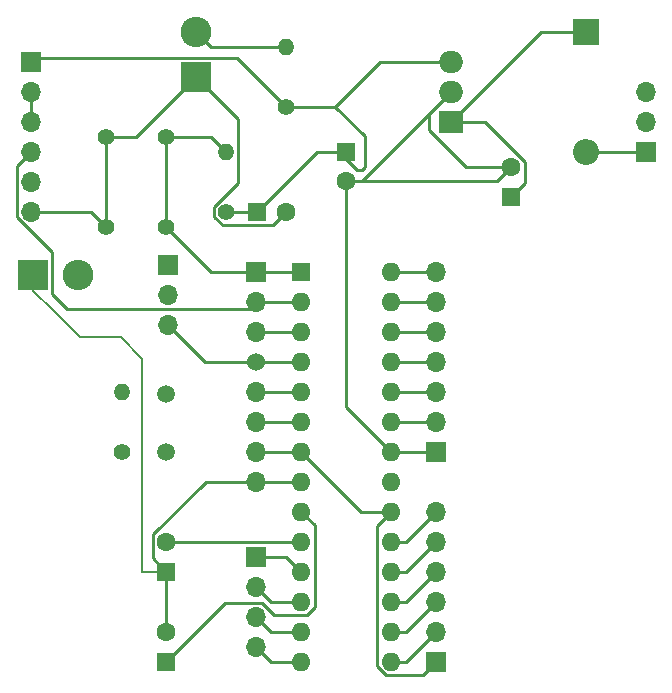
<source format=gtl>
G04 #@! TF.GenerationSoftware,KiCad,Pcbnew,(6.0.2)*
G04 #@! TF.CreationDate,2022-04-27T10:37:17-07:00*
G04 #@! TF.ProjectId,Serial programmer,53657269-616c-4207-9072-6f6772616d6d,rev?*
G04 #@! TF.SameCoordinates,Original*
G04 #@! TF.FileFunction,Copper,L1,Top*
G04 #@! TF.FilePolarity,Positive*
%FSLAX46Y46*%
G04 Gerber Fmt 4.6, Leading zero omitted, Abs format (unit mm)*
G04 Created by KiCad (PCBNEW (6.0.2)) date 2022-04-27 10:37:17*
%MOMM*%
%LPD*%
G01*
G04 APERTURE LIST*
G04 #@! TA.AperFunction,ComponentPad*
%ADD10R,1.600000X1.600000*%
G04 #@! TD*
G04 #@! TA.AperFunction,ComponentPad*
%ADD11C,1.600000*%
G04 #@! TD*
G04 #@! TA.AperFunction,ComponentPad*
%ADD12R,2.200000X2.200000*%
G04 #@! TD*
G04 #@! TA.AperFunction,ComponentPad*
%ADD13O,2.200000X2.200000*%
G04 #@! TD*
G04 #@! TA.AperFunction,ComponentPad*
%ADD14R,2.600000X2.600000*%
G04 #@! TD*
G04 #@! TA.AperFunction,ComponentPad*
%ADD15O,2.600000X2.600000*%
G04 #@! TD*
G04 #@! TA.AperFunction,ComponentPad*
%ADD16C,1.400000*%
G04 #@! TD*
G04 #@! TA.AperFunction,ComponentPad*
%ADD17O,1.400000X1.400000*%
G04 #@! TD*
G04 #@! TA.AperFunction,ComponentPad*
%ADD18C,1.397000*%
G04 #@! TD*
G04 #@! TA.AperFunction,ComponentPad*
%ADD19R,2.000000X1.905000*%
G04 #@! TD*
G04 #@! TA.AperFunction,ComponentPad*
%ADD20O,2.000000X1.905000*%
G04 #@! TD*
G04 #@! TA.AperFunction,ComponentPad*
%ADD21O,1.600000X1.600000*%
G04 #@! TD*
G04 #@! TA.AperFunction,ComponentPad*
%ADD22C,1.500000*%
G04 #@! TD*
G04 #@! TA.AperFunction,ComponentPad*
%ADD23R,1.700000X1.700000*%
G04 #@! TD*
G04 #@! TA.AperFunction,ComponentPad*
%ADD24O,1.700000X1.700000*%
G04 #@! TD*
G04 #@! TA.AperFunction,ComponentPad*
%ADD25C,1.524000*%
G04 #@! TD*
G04 #@! TA.AperFunction,Conductor*
%ADD26C,0.250000*%
G04 #@! TD*
G04 #@! TA.AperFunction,Conductor*
%ADD27C,0.200000*%
G04 #@! TD*
G04 APERTURE END LIST*
D10*
X196850000Y-72390000D03*
D11*
X196850000Y-69890000D03*
D10*
X182880000Y-68580000D03*
D11*
X182880000Y-71080000D03*
D10*
X167640000Y-111760000D03*
D11*
X167640000Y-109260000D03*
D10*
X167640000Y-104140000D03*
D11*
X167640000Y-101640000D03*
D10*
X175300000Y-73660000D03*
D11*
X177800000Y-73660000D03*
D12*
X203200000Y-58420000D03*
D13*
X203200000Y-68580000D03*
D14*
X170180000Y-62230000D03*
D15*
X170180000Y-58420000D03*
D16*
X172720000Y-73660000D03*
D17*
X172720000Y-68580000D03*
D16*
X177800000Y-64770000D03*
D17*
X177800000Y-59690000D03*
D18*
X162560000Y-74930000D03*
X162560000Y-67310000D03*
X167640000Y-74930000D03*
X167640000Y-67310000D03*
D19*
X191770000Y-66040000D03*
D20*
X191770000Y-63500000D03*
X191770000Y-60960000D03*
D10*
X179070000Y-78740000D03*
D21*
X179070000Y-81280000D03*
X179070000Y-83820000D03*
X179070000Y-86360000D03*
X179070000Y-88900000D03*
X179070000Y-91440000D03*
X179070000Y-93980000D03*
X179070000Y-96520000D03*
X179070000Y-99060000D03*
X179070000Y-101600000D03*
X179070000Y-104140000D03*
X179070000Y-106680000D03*
X179070000Y-109220000D03*
X179070000Y-111760000D03*
X186690000Y-111760000D03*
X186690000Y-109220000D03*
X186690000Y-106680000D03*
X186690000Y-104140000D03*
X186690000Y-101600000D03*
X186690000Y-99060000D03*
X186690000Y-96520000D03*
X186690000Y-93980000D03*
X186690000Y-91440000D03*
X186690000Y-88900000D03*
X186690000Y-86360000D03*
X186690000Y-83820000D03*
X186690000Y-81280000D03*
X186690000Y-78740000D03*
D22*
X167640000Y-93980000D03*
X167640000Y-89100000D03*
D23*
X190500000Y-93980000D03*
D24*
X190500000Y-91440000D03*
X190500000Y-88900000D03*
X190500000Y-86360000D03*
X190500000Y-83820000D03*
X190500000Y-81280000D03*
X190500000Y-78740000D03*
D23*
X190500000Y-111760000D03*
D24*
X190500000Y-109220000D03*
X190500000Y-106680000D03*
X190500000Y-104140000D03*
X190500000Y-101600000D03*
X190500000Y-99060000D03*
D23*
X175260000Y-78740000D03*
D24*
X175260000Y-81280000D03*
X175260000Y-83820000D03*
D25*
X175260000Y-86360000D03*
D24*
X175260000Y-88900000D03*
X175260000Y-91440000D03*
X175260000Y-93980000D03*
X175260000Y-96520000D03*
D23*
X175260000Y-102880000D03*
D24*
X175260000Y-105420000D03*
X175260000Y-107960000D03*
X175260000Y-110500000D03*
D23*
X156210000Y-60960000D03*
D24*
X156210000Y-63500000D03*
X156210000Y-66040000D03*
X156210000Y-68580000D03*
X156210000Y-71120000D03*
X156210000Y-73660000D03*
D23*
X208280000Y-68580000D03*
D24*
X208280000Y-66040000D03*
X208280000Y-63500000D03*
D23*
X167800000Y-78175000D03*
D24*
X167800000Y-80715000D03*
X167800000Y-83255000D03*
D16*
X163900000Y-93990000D03*
D17*
X163900000Y-88910000D03*
D14*
X156350000Y-79000000D03*
D15*
X160160000Y-79000000D03*
D26*
X166515489Y-103015489D02*
X166515489Y-100984511D01*
X162560000Y-67310000D02*
X162560000Y-74930000D01*
X177800000Y-73660000D02*
X176675489Y-74784511D01*
D27*
X165600000Y-104200000D02*
X167580000Y-104200000D01*
D26*
X184190000Y-71080000D02*
X191770000Y-63500000D01*
X165100000Y-67310000D02*
X170180000Y-62230000D01*
X161290000Y-73660000D02*
X156210000Y-73660000D01*
X162560000Y-74930000D02*
X161290000Y-73660000D01*
D27*
X158100000Y-82100000D02*
X160300000Y-84300000D01*
D26*
X193018478Y-69890000D02*
X189865000Y-66736522D01*
X162560000Y-67310000D02*
X165100000Y-67310000D01*
X176675489Y-74784511D02*
X172395633Y-74784511D01*
X173744511Y-65794511D02*
X170180000Y-62230000D01*
X166515489Y-100984511D02*
X170980000Y-96520000D01*
X182880000Y-71080000D02*
X195660000Y-71080000D01*
D27*
X156350000Y-80350000D02*
X158100000Y-82100000D01*
X163800000Y-84300000D02*
X165600000Y-86100000D01*
X160300000Y-84300000D02*
X163800000Y-84300000D01*
X167580000Y-104200000D02*
X167640000Y-104140000D01*
X156350000Y-79000000D02*
X156350000Y-80350000D01*
D26*
X167640000Y-104140000D02*
X167640000Y-109260000D01*
X195660000Y-71080000D02*
X196850000Y-69890000D01*
X196850000Y-69890000D02*
X193018478Y-69890000D01*
X167640000Y-104140000D02*
X166515489Y-103015489D01*
X189865000Y-66736522D02*
X189865000Y-65405000D01*
X175260000Y-96520000D02*
X179070000Y-96520000D01*
X171695489Y-73235633D02*
X173744511Y-71186611D01*
D27*
X165600000Y-86100000D02*
X165600000Y-104200000D01*
D26*
X186690000Y-93980000D02*
X190500000Y-93980000D01*
X182880000Y-71080000D02*
X182880000Y-90170000D01*
X172395633Y-74784511D02*
X171695489Y-74084367D01*
X171695489Y-74084367D02*
X171695489Y-73235633D01*
X170980000Y-96520000D02*
X175260000Y-96520000D01*
X182880000Y-90170000D02*
X186690000Y-93980000D01*
X173744511Y-71186611D02*
X173744511Y-65794511D01*
X196850000Y-72390000D02*
X197974511Y-71265489D01*
X203200000Y-58420000D02*
X199390000Y-58420000D01*
X194590300Y-66040000D02*
X191770000Y-66040000D01*
X199390000Y-58420000D02*
X191770000Y-66040000D01*
X197974511Y-71265489D02*
X197974511Y-69424211D01*
X197974511Y-69424211D02*
X194590300Y-66040000D01*
X182880000Y-69215717D02*
X182880000Y-68580000D01*
X186224211Y-112884511D02*
X185500000Y-112160300D01*
X185500000Y-100250000D02*
X186690000Y-99060000D01*
X184190708Y-70154031D02*
X183818314Y-70154031D01*
X173635489Y-60605489D02*
X177800000Y-64770000D01*
X190500000Y-111760000D02*
X189375489Y-112884511D01*
X184454031Y-67269292D02*
X184454031Y-69890708D01*
X189375489Y-112884511D02*
X186224211Y-112884511D01*
X172720000Y-73660000D02*
X175300000Y-73660000D01*
X156564511Y-60605489D02*
X173635489Y-60605489D01*
X185764739Y-60960000D02*
X191770000Y-60960000D01*
X175260000Y-93980000D02*
X179070000Y-93980000D01*
X181954739Y-64770000D02*
X185764739Y-60960000D01*
X175300000Y-73660000D02*
X180380000Y-68580000D01*
X183818314Y-70154031D02*
X182880000Y-69215717D01*
X186690000Y-99060000D02*
X184150000Y-99060000D01*
X184150000Y-99060000D02*
X179070000Y-93980000D01*
X185500000Y-112160300D02*
X185500000Y-100250000D01*
X184454031Y-69890708D02*
X184190708Y-70154031D01*
X177800000Y-64770000D02*
X181954739Y-64770000D01*
X180380000Y-68580000D02*
X182880000Y-68580000D01*
X181954739Y-64770000D02*
X184454031Y-67269292D01*
X156210000Y-60960000D02*
X156564511Y-60605489D01*
X179535789Y-107804511D02*
X180194511Y-107145789D01*
X167640000Y-111760000D02*
X172614511Y-106785489D01*
X175746499Y-106785489D02*
X176765521Y-107804511D01*
X172614511Y-106785489D02*
X175746499Y-106785489D01*
X180194511Y-100184511D02*
X179070000Y-99060000D01*
X180194511Y-107145789D02*
X180194511Y-100184511D01*
X176765521Y-107804511D02*
X179535789Y-107804511D01*
X179070000Y-101600000D02*
X167680000Y-101600000D01*
X167680000Y-101600000D02*
X167640000Y-101640000D01*
X208280000Y-68580000D02*
X203200000Y-68580000D01*
X171450000Y-59690000D02*
X170180000Y-58420000D01*
X177800000Y-59690000D02*
X171450000Y-59690000D01*
X167640000Y-67310000D02*
X167640000Y-74930000D01*
X167640000Y-67310000D02*
X171450000Y-67310000D01*
X175260000Y-78740000D02*
X171450000Y-78740000D01*
X179070000Y-78740000D02*
X175260000Y-78740000D01*
X171450000Y-78740000D02*
X167640000Y-74930000D01*
X171450000Y-67310000D02*
X172720000Y-68580000D01*
X186690000Y-78740000D02*
X190500000Y-78740000D01*
X186690000Y-81280000D02*
X190500000Y-81280000D01*
X186690000Y-83820000D02*
X190500000Y-83820000D01*
X186690000Y-86360000D02*
X190500000Y-86360000D01*
X186690000Y-88900000D02*
X190500000Y-88900000D01*
X186690000Y-91440000D02*
X190500000Y-91440000D01*
X187960000Y-109220000D02*
X190500000Y-106680000D01*
X186690000Y-109220000D02*
X187960000Y-109220000D01*
X187960000Y-111760000D02*
X190500000Y-109220000D01*
X186690000Y-111760000D02*
X187960000Y-111760000D01*
X175260000Y-91440000D02*
X179070000Y-91440000D01*
X175260000Y-88900000D02*
X179070000Y-88900000D01*
X175260000Y-86360000D02*
X170905000Y-86360000D01*
X175260000Y-86360000D02*
X179070000Y-86360000D01*
X170905000Y-86360000D02*
X167800000Y-83255000D01*
X175260000Y-110500000D02*
X176520000Y-111760000D01*
X176520000Y-111760000D02*
X179070000Y-111760000D01*
X179070000Y-109220000D02*
X176520000Y-109220000D01*
X176520000Y-109220000D02*
X175260000Y-107960000D01*
X176520000Y-106680000D02*
X175260000Y-105420000D01*
X179070000Y-106680000D02*
X176520000Y-106680000D01*
X175260000Y-102880000D02*
X177810000Y-102880000D01*
X177810000Y-102880000D02*
X179070000Y-104140000D01*
X175260000Y-83820000D02*
X179070000Y-83820000D01*
X155035489Y-69754511D02*
X155035489Y-74146499D01*
X156210000Y-68580000D02*
X155035489Y-69754511D01*
X175260000Y-81280000D02*
X179070000Y-81280000D01*
X159239511Y-81889511D02*
X157974511Y-80624511D01*
X157974511Y-80624511D02*
X157974511Y-77085521D01*
X157974511Y-77085521D02*
X155035489Y-74146499D01*
X175260000Y-81280000D02*
X174650489Y-81889511D01*
X174650489Y-81889511D02*
X159239511Y-81889511D01*
X156210000Y-66040000D02*
X156210000Y-63500000D01*
X186690000Y-101600000D02*
X187960000Y-101600000D01*
X187960000Y-101600000D02*
X190500000Y-99060000D01*
X187960000Y-104140000D02*
X190500000Y-101600000D01*
X186690000Y-104140000D02*
X187960000Y-104140000D01*
X186690000Y-106680000D02*
X187960000Y-106680000D01*
X187960000Y-106680000D02*
X190500000Y-104140000D01*
M02*

</source>
